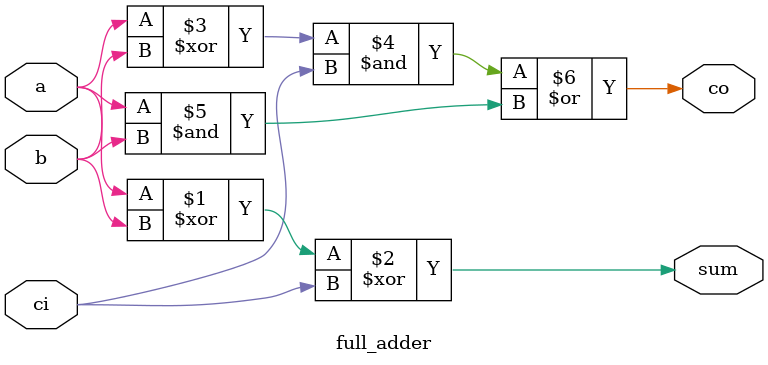
<source format=v>
`timescale 1ns/1ns

module full_adder(a, b, ci, sum, co);

input a, b, ci;
output sum, co;

assign #10 sum = (a ^ b) ^ ci;
assign #25 co = ((a ^ b) & ci) | (a & b);

endmodule
</source>
